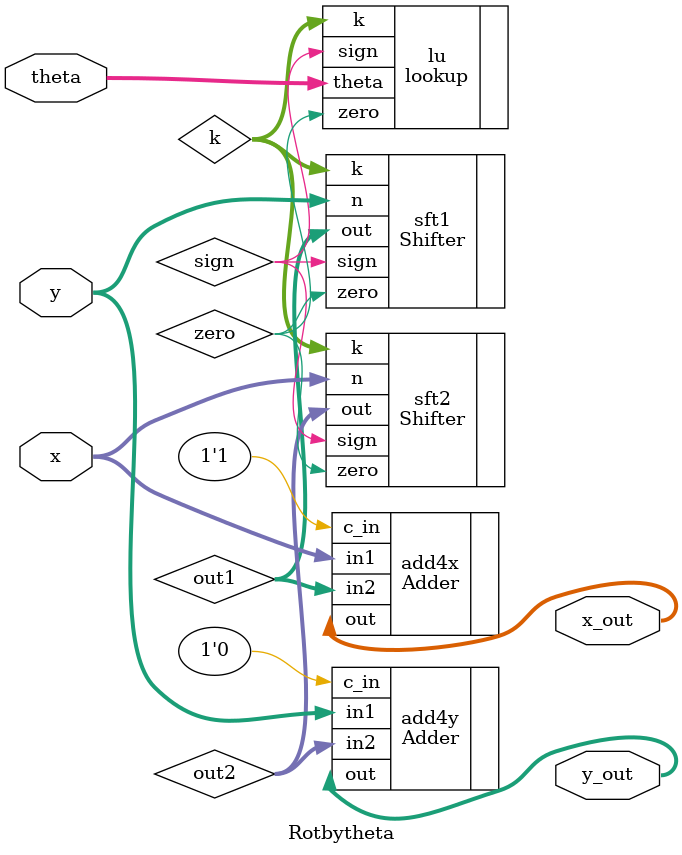
<source format=v>
`timescale 1ns / 1ps
module Rotbytheta(
    input [7:0] x,
    input [7:0] y,
    input [7:0] theta,
    output [7:0] x_out,
    output [7:0] y_out
    );
	wire [7:0] out1, out2;
	wire [1:0] k;
	wire sign, zero;
	
	lookup lu(.theta(theta), .k(k), .zero(zero), .sign(sign));
	Shifter sft1 ( .zero(zero), .sign(sign), .k(k), .n(y), .out(out1));
	Shifter sft2 ( .zero(zero), .sign(sign), .k(k), .n(x), .out(out2));

	Adder add4x(.in1(x), .in2(out1), .c_in(1'b1), .out(x_out));
	Adder add4y(.in1(y), .in2(out2), .c_in(1'b0), .out(y_out));
endmodule

</source>
